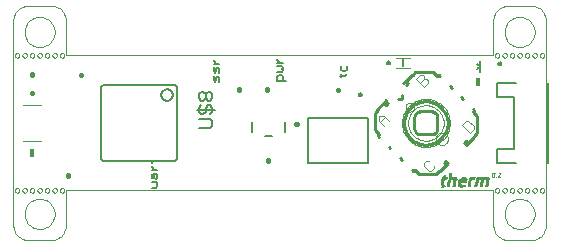
<source format=gto>
G75*
%MOIN*%
%OFA0B0*%
%FSLAX24Y24*%
%IPPOS*%
%LPD*%
%AMOC8*
5,1,8,0,0,1.08239X$1,22.5*
%
%ADD10C,0.0000*%
%ADD11C,0.0050*%
%ADD12C,0.0080*%
%ADD13C,0.0100*%
%ADD14C,0.0020*%
%ADD15C,0.0040*%
%ADD16R,0.0050X0.0305*%
%ADD17C,0.0160*%
%ADD18R,0.0160X0.0280*%
%ADD19R,0.0100X0.0020*%
%ADD20R,0.0160X0.0020*%
%ADD21R,0.0180X0.0020*%
%ADD22R,0.0240X0.0020*%
%ADD23R,0.0140X0.0020*%
%ADD24R,0.0060X0.0020*%
%ADD25R,0.0120X0.0020*%
%ADD26R,0.0080X0.0020*%
%ADD27R,0.0300X0.0020*%
%ADD28R,0.0200X0.0020*%
%ADD29R,0.0280X0.0020*%
%ADD30R,0.0440X0.0020*%
%ADD31R,0.0220X0.0020*%
%ADD32R,0.0260X0.0020*%
%ADD33R,0.0020X0.0020*%
%ADD34R,0.0040X0.0020*%
%ADD35C,0.0060*%
D10*
X004943Y002737D02*
X005693Y002737D01*
X005737Y002739D01*
X005780Y002745D01*
X005822Y002754D01*
X005864Y002767D01*
X005904Y002784D01*
X005943Y002804D01*
X005980Y002827D01*
X006014Y002854D01*
X006047Y002883D01*
X006076Y002916D01*
X006103Y002950D01*
X006126Y002987D01*
X006146Y003026D01*
X006163Y003066D01*
X006176Y003108D01*
X006185Y003150D01*
X006191Y003193D01*
X006193Y003237D01*
X006193Y004393D01*
X020443Y004393D01*
X020443Y003237D01*
X020445Y003193D01*
X020451Y003150D01*
X020460Y003108D01*
X020473Y003066D01*
X020490Y003026D01*
X020510Y002987D01*
X020533Y002950D01*
X020560Y002916D01*
X020589Y002883D01*
X020622Y002854D01*
X020656Y002827D01*
X020693Y002804D01*
X020732Y002784D01*
X020772Y002767D01*
X020814Y002754D01*
X020856Y002745D01*
X020899Y002739D01*
X020943Y002737D01*
X021693Y002737D01*
X021737Y002739D01*
X021780Y002745D01*
X021822Y002754D01*
X021864Y002767D01*
X021904Y002784D01*
X021943Y002804D01*
X021980Y002827D01*
X022014Y002854D01*
X022047Y002883D01*
X022076Y002916D01*
X022103Y002950D01*
X022126Y002987D01*
X022146Y003026D01*
X022163Y003066D01*
X022176Y003108D01*
X022185Y003150D01*
X022191Y003193D01*
X022193Y003237D01*
X022193Y010050D01*
X022191Y010094D01*
X022185Y010137D01*
X022176Y010179D01*
X022163Y010221D01*
X022146Y010261D01*
X022126Y010300D01*
X022103Y010337D01*
X022076Y010371D01*
X022047Y010404D01*
X022014Y010433D01*
X021980Y010460D01*
X021943Y010483D01*
X021904Y010503D01*
X021864Y010520D01*
X021822Y010533D01*
X021780Y010542D01*
X021737Y010548D01*
X021693Y010550D01*
X020943Y010550D01*
X020899Y010548D01*
X020856Y010542D01*
X020814Y010533D01*
X020772Y010520D01*
X020732Y010503D01*
X020693Y010483D01*
X020656Y010460D01*
X020622Y010433D01*
X020589Y010404D01*
X020560Y010371D01*
X020533Y010337D01*
X020510Y010300D01*
X020490Y010261D01*
X020473Y010221D01*
X020460Y010179D01*
X020451Y010137D01*
X020445Y010094D01*
X020443Y010050D01*
X020443Y008893D01*
X006193Y008893D01*
X006193Y010050D01*
X006191Y010094D01*
X006185Y010137D01*
X006176Y010179D01*
X006163Y010221D01*
X006146Y010261D01*
X006126Y010300D01*
X006103Y010337D01*
X006076Y010371D01*
X006047Y010404D01*
X006014Y010433D01*
X005980Y010460D01*
X005943Y010483D01*
X005904Y010503D01*
X005864Y010520D01*
X005822Y010533D01*
X005780Y010542D01*
X005737Y010548D01*
X005693Y010550D01*
X004943Y010550D01*
X004899Y010548D01*
X004856Y010542D01*
X004814Y010533D01*
X004772Y010520D01*
X004732Y010503D01*
X004693Y010483D01*
X004656Y010460D01*
X004622Y010433D01*
X004589Y010404D01*
X004560Y010371D01*
X004533Y010337D01*
X004510Y010300D01*
X004490Y010261D01*
X004473Y010221D01*
X004460Y010179D01*
X004451Y010137D01*
X004445Y010094D01*
X004443Y010050D01*
X004443Y003237D01*
X004445Y003193D01*
X004451Y003150D01*
X004460Y003108D01*
X004473Y003066D01*
X004490Y003026D01*
X004510Y002987D01*
X004533Y002950D01*
X004560Y002916D01*
X004589Y002883D01*
X004622Y002854D01*
X004656Y002827D01*
X004693Y002804D01*
X004732Y002784D01*
X004772Y002767D01*
X004814Y002754D01*
X004856Y002745D01*
X004899Y002739D01*
X004943Y002737D01*
X004818Y003612D02*
X004820Y003656D01*
X004826Y003700D01*
X004836Y003743D01*
X004849Y003785D01*
X004866Y003826D01*
X004887Y003865D01*
X004911Y003902D01*
X004938Y003937D01*
X004968Y003969D01*
X005001Y003999D01*
X005037Y004025D01*
X005074Y004049D01*
X005114Y004068D01*
X005155Y004085D01*
X005198Y004097D01*
X005241Y004106D01*
X005285Y004111D01*
X005329Y004112D01*
X005373Y004109D01*
X005417Y004102D01*
X005460Y004091D01*
X005502Y004077D01*
X005542Y004059D01*
X005581Y004037D01*
X005617Y004013D01*
X005651Y003985D01*
X005683Y003954D01*
X005712Y003920D01*
X005738Y003884D01*
X005760Y003846D01*
X005779Y003806D01*
X005794Y003764D01*
X005806Y003722D01*
X005814Y003678D01*
X005818Y003634D01*
X005818Y003590D01*
X005814Y003546D01*
X005806Y003502D01*
X005794Y003460D01*
X005779Y003418D01*
X005760Y003378D01*
X005738Y003340D01*
X005712Y003304D01*
X005683Y003270D01*
X005651Y003239D01*
X005617Y003211D01*
X005581Y003187D01*
X005542Y003165D01*
X005502Y003147D01*
X005460Y003133D01*
X005417Y003122D01*
X005373Y003115D01*
X005329Y003112D01*
X005285Y003113D01*
X005241Y003118D01*
X005198Y003127D01*
X005155Y003139D01*
X005114Y003156D01*
X005074Y003175D01*
X005037Y003199D01*
X005001Y003225D01*
X004968Y003255D01*
X004938Y003287D01*
X004911Y003322D01*
X004887Y003359D01*
X004866Y003398D01*
X004849Y003439D01*
X004836Y003481D01*
X004826Y003524D01*
X004820Y003568D01*
X004818Y003612D01*
X004743Y004393D02*
X004745Y004410D01*
X004750Y004426D01*
X004759Y004440D01*
X004771Y004452D01*
X004785Y004461D01*
X004801Y004466D01*
X004818Y004468D01*
X004835Y004466D01*
X004851Y004461D01*
X004865Y004452D01*
X004877Y004440D01*
X004886Y004426D01*
X004891Y004410D01*
X004893Y004393D01*
X004891Y004376D01*
X004886Y004360D01*
X004877Y004346D01*
X004865Y004334D01*
X004851Y004325D01*
X004835Y004320D01*
X004818Y004318D01*
X004801Y004320D01*
X004785Y004325D01*
X004771Y004334D01*
X004759Y004346D01*
X004750Y004360D01*
X004745Y004376D01*
X004743Y004393D01*
X004493Y004393D02*
X004495Y004410D01*
X004500Y004426D01*
X004509Y004440D01*
X004521Y004452D01*
X004535Y004461D01*
X004551Y004466D01*
X004568Y004468D01*
X004585Y004466D01*
X004601Y004461D01*
X004615Y004452D01*
X004627Y004440D01*
X004636Y004426D01*
X004641Y004410D01*
X004643Y004393D01*
X004641Y004376D01*
X004636Y004360D01*
X004627Y004346D01*
X004615Y004334D01*
X004601Y004325D01*
X004585Y004320D01*
X004568Y004318D01*
X004551Y004320D01*
X004535Y004325D01*
X004521Y004334D01*
X004509Y004346D01*
X004500Y004360D01*
X004495Y004376D01*
X004493Y004393D01*
X004993Y004393D02*
X004995Y004410D01*
X005000Y004426D01*
X005009Y004440D01*
X005021Y004452D01*
X005035Y004461D01*
X005051Y004466D01*
X005068Y004468D01*
X005085Y004466D01*
X005101Y004461D01*
X005115Y004452D01*
X005127Y004440D01*
X005136Y004426D01*
X005141Y004410D01*
X005143Y004393D01*
X005141Y004376D01*
X005136Y004360D01*
X005127Y004346D01*
X005115Y004334D01*
X005101Y004325D01*
X005085Y004320D01*
X005068Y004318D01*
X005051Y004320D01*
X005035Y004325D01*
X005021Y004334D01*
X005009Y004346D01*
X005000Y004360D01*
X004995Y004376D01*
X004993Y004393D01*
X005243Y004393D02*
X005245Y004410D01*
X005250Y004426D01*
X005259Y004440D01*
X005271Y004452D01*
X005285Y004461D01*
X005301Y004466D01*
X005318Y004468D01*
X005335Y004466D01*
X005351Y004461D01*
X005365Y004452D01*
X005377Y004440D01*
X005386Y004426D01*
X005391Y004410D01*
X005393Y004393D01*
X005391Y004376D01*
X005386Y004360D01*
X005377Y004346D01*
X005365Y004334D01*
X005351Y004325D01*
X005335Y004320D01*
X005318Y004318D01*
X005301Y004320D01*
X005285Y004325D01*
X005271Y004334D01*
X005259Y004346D01*
X005250Y004360D01*
X005245Y004376D01*
X005243Y004393D01*
X005493Y004393D02*
X005495Y004410D01*
X005500Y004426D01*
X005509Y004440D01*
X005521Y004452D01*
X005535Y004461D01*
X005551Y004466D01*
X005568Y004468D01*
X005585Y004466D01*
X005601Y004461D01*
X005615Y004452D01*
X005627Y004440D01*
X005636Y004426D01*
X005641Y004410D01*
X005643Y004393D01*
X005641Y004376D01*
X005636Y004360D01*
X005627Y004346D01*
X005615Y004334D01*
X005601Y004325D01*
X005585Y004320D01*
X005568Y004318D01*
X005551Y004320D01*
X005535Y004325D01*
X005521Y004334D01*
X005509Y004346D01*
X005500Y004360D01*
X005495Y004376D01*
X005493Y004393D01*
X005743Y004393D02*
X005745Y004410D01*
X005750Y004426D01*
X005759Y004440D01*
X005771Y004452D01*
X005785Y004461D01*
X005801Y004466D01*
X005818Y004468D01*
X005835Y004466D01*
X005851Y004461D01*
X005865Y004452D01*
X005877Y004440D01*
X005886Y004426D01*
X005891Y004410D01*
X005893Y004393D01*
X005891Y004376D01*
X005886Y004360D01*
X005877Y004346D01*
X005865Y004334D01*
X005851Y004325D01*
X005835Y004320D01*
X005818Y004318D01*
X005801Y004320D01*
X005785Y004325D01*
X005771Y004334D01*
X005759Y004346D01*
X005750Y004360D01*
X005745Y004376D01*
X005743Y004393D01*
X005993Y004393D02*
X005995Y004410D01*
X006000Y004426D01*
X006009Y004440D01*
X006021Y004452D01*
X006035Y004461D01*
X006051Y004466D01*
X006068Y004468D01*
X006085Y004466D01*
X006101Y004461D01*
X006115Y004452D01*
X006127Y004440D01*
X006136Y004426D01*
X006141Y004410D01*
X006143Y004393D01*
X006141Y004376D01*
X006136Y004360D01*
X006127Y004346D01*
X006115Y004334D01*
X006101Y004325D01*
X006085Y004320D01*
X006068Y004318D01*
X006051Y004320D01*
X006035Y004325D01*
X006021Y004334D01*
X006009Y004346D01*
X006000Y004360D01*
X005995Y004376D01*
X005993Y004393D01*
X005993Y008893D02*
X005995Y008910D01*
X006000Y008926D01*
X006009Y008940D01*
X006021Y008952D01*
X006035Y008961D01*
X006051Y008966D01*
X006068Y008968D01*
X006085Y008966D01*
X006101Y008961D01*
X006115Y008952D01*
X006127Y008940D01*
X006136Y008926D01*
X006141Y008910D01*
X006143Y008893D01*
X006141Y008876D01*
X006136Y008860D01*
X006127Y008846D01*
X006115Y008834D01*
X006101Y008825D01*
X006085Y008820D01*
X006068Y008818D01*
X006051Y008820D01*
X006035Y008825D01*
X006021Y008834D01*
X006009Y008846D01*
X006000Y008860D01*
X005995Y008876D01*
X005993Y008893D01*
X005743Y008893D02*
X005745Y008910D01*
X005750Y008926D01*
X005759Y008940D01*
X005771Y008952D01*
X005785Y008961D01*
X005801Y008966D01*
X005818Y008968D01*
X005835Y008966D01*
X005851Y008961D01*
X005865Y008952D01*
X005877Y008940D01*
X005886Y008926D01*
X005891Y008910D01*
X005893Y008893D01*
X005891Y008876D01*
X005886Y008860D01*
X005877Y008846D01*
X005865Y008834D01*
X005851Y008825D01*
X005835Y008820D01*
X005818Y008818D01*
X005801Y008820D01*
X005785Y008825D01*
X005771Y008834D01*
X005759Y008846D01*
X005750Y008860D01*
X005745Y008876D01*
X005743Y008893D01*
X005493Y008893D02*
X005495Y008910D01*
X005500Y008926D01*
X005509Y008940D01*
X005521Y008952D01*
X005535Y008961D01*
X005551Y008966D01*
X005568Y008968D01*
X005585Y008966D01*
X005601Y008961D01*
X005615Y008952D01*
X005627Y008940D01*
X005636Y008926D01*
X005641Y008910D01*
X005643Y008893D01*
X005641Y008876D01*
X005636Y008860D01*
X005627Y008846D01*
X005615Y008834D01*
X005601Y008825D01*
X005585Y008820D01*
X005568Y008818D01*
X005551Y008820D01*
X005535Y008825D01*
X005521Y008834D01*
X005509Y008846D01*
X005500Y008860D01*
X005495Y008876D01*
X005493Y008893D01*
X005243Y008893D02*
X005245Y008910D01*
X005250Y008926D01*
X005259Y008940D01*
X005271Y008952D01*
X005285Y008961D01*
X005301Y008966D01*
X005318Y008968D01*
X005335Y008966D01*
X005351Y008961D01*
X005365Y008952D01*
X005377Y008940D01*
X005386Y008926D01*
X005391Y008910D01*
X005393Y008893D01*
X005391Y008876D01*
X005386Y008860D01*
X005377Y008846D01*
X005365Y008834D01*
X005351Y008825D01*
X005335Y008820D01*
X005318Y008818D01*
X005301Y008820D01*
X005285Y008825D01*
X005271Y008834D01*
X005259Y008846D01*
X005250Y008860D01*
X005245Y008876D01*
X005243Y008893D01*
X004993Y008893D02*
X004995Y008910D01*
X005000Y008926D01*
X005009Y008940D01*
X005021Y008952D01*
X005035Y008961D01*
X005051Y008966D01*
X005068Y008968D01*
X005085Y008966D01*
X005101Y008961D01*
X005115Y008952D01*
X005127Y008940D01*
X005136Y008926D01*
X005141Y008910D01*
X005143Y008893D01*
X005141Y008876D01*
X005136Y008860D01*
X005127Y008846D01*
X005115Y008834D01*
X005101Y008825D01*
X005085Y008820D01*
X005068Y008818D01*
X005051Y008820D01*
X005035Y008825D01*
X005021Y008834D01*
X005009Y008846D01*
X005000Y008860D01*
X004995Y008876D01*
X004993Y008893D01*
X004743Y008893D02*
X004745Y008910D01*
X004750Y008926D01*
X004759Y008940D01*
X004771Y008952D01*
X004785Y008961D01*
X004801Y008966D01*
X004818Y008968D01*
X004835Y008966D01*
X004851Y008961D01*
X004865Y008952D01*
X004877Y008940D01*
X004886Y008926D01*
X004891Y008910D01*
X004893Y008893D01*
X004891Y008876D01*
X004886Y008860D01*
X004877Y008846D01*
X004865Y008834D01*
X004851Y008825D01*
X004835Y008820D01*
X004818Y008818D01*
X004801Y008820D01*
X004785Y008825D01*
X004771Y008834D01*
X004759Y008846D01*
X004750Y008860D01*
X004745Y008876D01*
X004743Y008893D01*
X004493Y008893D02*
X004495Y008910D01*
X004500Y008926D01*
X004509Y008940D01*
X004521Y008952D01*
X004535Y008961D01*
X004551Y008966D01*
X004568Y008968D01*
X004585Y008966D01*
X004601Y008961D01*
X004615Y008952D01*
X004627Y008940D01*
X004636Y008926D01*
X004641Y008910D01*
X004643Y008893D01*
X004641Y008876D01*
X004636Y008860D01*
X004627Y008846D01*
X004615Y008834D01*
X004601Y008825D01*
X004585Y008820D01*
X004568Y008818D01*
X004551Y008820D01*
X004535Y008825D01*
X004521Y008834D01*
X004509Y008846D01*
X004500Y008860D01*
X004495Y008876D01*
X004493Y008893D01*
X004818Y009675D02*
X004820Y009719D01*
X004826Y009763D01*
X004836Y009806D01*
X004849Y009848D01*
X004866Y009889D01*
X004887Y009928D01*
X004911Y009965D01*
X004938Y010000D01*
X004968Y010032D01*
X005001Y010062D01*
X005037Y010088D01*
X005074Y010112D01*
X005114Y010131D01*
X005155Y010148D01*
X005198Y010160D01*
X005241Y010169D01*
X005285Y010174D01*
X005329Y010175D01*
X005373Y010172D01*
X005417Y010165D01*
X005460Y010154D01*
X005502Y010140D01*
X005542Y010122D01*
X005581Y010100D01*
X005617Y010076D01*
X005651Y010048D01*
X005683Y010017D01*
X005712Y009983D01*
X005738Y009947D01*
X005760Y009909D01*
X005779Y009869D01*
X005794Y009827D01*
X005806Y009785D01*
X005814Y009741D01*
X005818Y009697D01*
X005818Y009653D01*
X005814Y009609D01*
X005806Y009565D01*
X005794Y009523D01*
X005779Y009481D01*
X005760Y009441D01*
X005738Y009403D01*
X005712Y009367D01*
X005683Y009333D01*
X005651Y009302D01*
X005617Y009274D01*
X005581Y009250D01*
X005542Y009228D01*
X005502Y009210D01*
X005460Y009196D01*
X005417Y009185D01*
X005373Y009178D01*
X005329Y009175D01*
X005285Y009176D01*
X005241Y009181D01*
X005198Y009190D01*
X005155Y009202D01*
X005114Y009219D01*
X005074Y009238D01*
X005037Y009262D01*
X005001Y009288D01*
X004968Y009318D01*
X004938Y009350D01*
X004911Y009385D01*
X004887Y009422D01*
X004866Y009461D01*
X004849Y009502D01*
X004836Y009544D01*
X004826Y009587D01*
X004820Y009631D01*
X004818Y009675D01*
X017516Y007172D02*
X017518Y007196D01*
X017524Y007219D01*
X017533Y007241D01*
X017546Y007261D01*
X017561Y007279D01*
X017580Y007294D01*
X017601Y007306D01*
X017623Y007314D01*
X017646Y007319D01*
X017670Y007320D01*
X017694Y007317D01*
X017716Y007310D01*
X017738Y007300D01*
X017758Y007287D01*
X017775Y007270D01*
X017789Y007251D01*
X017800Y007230D01*
X017808Y007207D01*
X017812Y007184D01*
X017812Y007160D01*
X017808Y007137D01*
X017800Y007114D01*
X017789Y007093D01*
X017775Y007074D01*
X017758Y007057D01*
X017738Y007044D01*
X017716Y007034D01*
X017694Y007027D01*
X017670Y007024D01*
X017646Y007025D01*
X017623Y007030D01*
X017601Y007038D01*
X017580Y007050D01*
X017561Y007065D01*
X017546Y007083D01*
X017533Y007103D01*
X017524Y007125D01*
X017518Y007148D01*
X017516Y007172D01*
X018515Y006114D02*
X018517Y006142D01*
X018523Y006170D01*
X018532Y006196D01*
X018545Y006222D01*
X018561Y006245D01*
X018581Y006265D01*
X018603Y006283D01*
X018627Y006298D01*
X018653Y006309D01*
X018680Y006317D01*
X018708Y006321D01*
X018736Y006321D01*
X018764Y006317D01*
X018791Y006309D01*
X018817Y006298D01*
X018841Y006283D01*
X018863Y006265D01*
X018883Y006245D01*
X018899Y006222D01*
X018912Y006196D01*
X018921Y006170D01*
X018927Y006142D01*
X018929Y006114D01*
X018927Y006086D01*
X018921Y006058D01*
X018912Y006032D01*
X018899Y006006D01*
X018883Y005983D01*
X018863Y005963D01*
X018841Y005945D01*
X018817Y005930D01*
X018791Y005919D01*
X018764Y005911D01*
X018736Y005907D01*
X018708Y005907D01*
X018680Y005911D01*
X018653Y005919D01*
X018627Y005930D01*
X018603Y005945D01*
X018581Y005963D01*
X018561Y005983D01*
X018545Y006006D01*
X018532Y006032D01*
X018523Y006058D01*
X018517Y006086D01*
X018515Y006114D01*
X020493Y004393D02*
X020495Y004410D01*
X020500Y004426D01*
X020509Y004440D01*
X020521Y004452D01*
X020535Y004461D01*
X020551Y004466D01*
X020568Y004468D01*
X020585Y004466D01*
X020601Y004461D01*
X020615Y004452D01*
X020627Y004440D01*
X020636Y004426D01*
X020641Y004410D01*
X020643Y004393D01*
X020641Y004376D01*
X020636Y004360D01*
X020627Y004346D01*
X020615Y004334D01*
X020601Y004325D01*
X020585Y004320D01*
X020568Y004318D01*
X020551Y004320D01*
X020535Y004325D01*
X020521Y004334D01*
X020509Y004346D01*
X020500Y004360D01*
X020495Y004376D01*
X020493Y004393D01*
X020743Y004393D02*
X020745Y004410D01*
X020750Y004426D01*
X020759Y004440D01*
X020771Y004452D01*
X020785Y004461D01*
X020801Y004466D01*
X020818Y004468D01*
X020835Y004466D01*
X020851Y004461D01*
X020865Y004452D01*
X020877Y004440D01*
X020886Y004426D01*
X020891Y004410D01*
X020893Y004393D01*
X020891Y004376D01*
X020886Y004360D01*
X020877Y004346D01*
X020865Y004334D01*
X020851Y004325D01*
X020835Y004320D01*
X020818Y004318D01*
X020801Y004320D01*
X020785Y004325D01*
X020771Y004334D01*
X020759Y004346D01*
X020750Y004360D01*
X020745Y004376D01*
X020743Y004393D01*
X020993Y004393D02*
X020995Y004410D01*
X021000Y004426D01*
X021009Y004440D01*
X021021Y004452D01*
X021035Y004461D01*
X021051Y004466D01*
X021068Y004468D01*
X021085Y004466D01*
X021101Y004461D01*
X021115Y004452D01*
X021127Y004440D01*
X021136Y004426D01*
X021141Y004410D01*
X021143Y004393D01*
X021141Y004376D01*
X021136Y004360D01*
X021127Y004346D01*
X021115Y004334D01*
X021101Y004325D01*
X021085Y004320D01*
X021068Y004318D01*
X021051Y004320D01*
X021035Y004325D01*
X021021Y004334D01*
X021009Y004346D01*
X021000Y004360D01*
X020995Y004376D01*
X020993Y004393D01*
X021243Y004393D02*
X021245Y004410D01*
X021250Y004426D01*
X021259Y004440D01*
X021271Y004452D01*
X021285Y004461D01*
X021301Y004466D01*
X021318Y004468D01*
X021335Y004466D01*
X021351Y004461D01*
X021365Y004452D01*
X021377Y004440D01*
X021386Y004426D01*
X021391Y004410D01*
X021393Y004393D01*
X021391Y004376D01*
X021386Y004360D01*
X021377Y004346D01*
X021365Y004334D01*
X021351Y004325D01*
X021335Y004320D01*
X021318Y004318D01*
X021301Y004320D01*
X021285Y004325D01*
X021271Y004334D01*
X021259Y004346D01*
X021250Y004360D01*
X021245Y004376D01*
X021243Y004393D01*
X021493Y004393D02*
X021495Y004410D01*
X021500Y004426D01*
X021509Y004440D01*
X021521Y004452D01*
X021535Y004461D01*
X021551Y004466D01*
X021568Y004468D01*
X021585Y004466D01*
X021601Y004461D01*
X021615Y004452D01*
X021627Y004440D01*
X021636Y004426D01*
X021641Y004410D01*
X021643Y004393D01*
X021641Y004376D01*
X021636Y004360D01*
X021627Y004346D01*
X021615Y004334D01*
X021601Y004325D01*
X021585Y004320D01*
X021568Y004318D01*
X021551Y004320D01*
X021535Y004325D01*
X021521Y004334D01*
X021509Y004346D01*
X021500Y004360D01*
X021495Y004376D01*
X021493Y004393D01*
X021743Y004393D02*
X021745Y004410D01*
X021750Y004426D01*
X021759Y004440D01*
X021771Y004452D01*
X021785Y004461D01*
X021801Y004466D01*
X021818Y004468D01*
X021835Y004466D01*
X021851Y004461D01*
X021865Y004452D01*
X021877Y004440D01*
X021886Y004426D01*
X021891Y004410D01*
X021893Y004393D01*
X021891Y004376D01*
X021886Y004360D01*
X021877Y004346D01*
X021865Y004334D01*
X021851Y004325D01*
X021835Y004320D01*
X021818Y004318D01*
X021801Y004320D01*
X021785Y004325D01*
X021771Y004334D01*
X021759Y004346D01*
X021750Y004360D01*
X021745Y004376D01*
X021743Y004393D01*
X021993Y004393D02*
X021995Y004410D01*
X022000Y004426D01*
X022009Y004440D01*
X022021Y004452D01*
X022035Y004461D01*
X022051Y004466D01*
X022068Y004468D01*
X022085Y004466D01*
X022101Y004461D01*
X022115Y004452D01*
X022127Y004440D01*
X022136Y004426D01*
X022141Y004410D01*
X022143Y004393D01*
X022141Y004376D01*
X022136Y004360D01*
X022127Y004346D01*
X022115Y004334D01*
X022101Y004325D01*
X022085Y004320D01*
X022068Y004318D01*
X022051Y004320D01*
X022035Y004325D01*
X022021Y004334D01*
X022009Y004346D01*
X022000Y004360D01*
X021995Y004376D01*
X021993Y004393D01*
X020818Y003612D02*
X020820Y003656D01*
X020826Y003700D01*
X020836Y003743D01*
X020849Y003785D01*
X020866Y003826D01*
X020887Y003865D01*
X020911Y003902D01*
X020938Y003937D01*
X020968Y003969D01*
X021001Y003999D01*
X021037Y004025D01*
X021074Y004049D01*
X021114Y004068D01*
X021155Y004085D01*
X021198Y004097D01*
X021241Y004106D01*
X021285Y004111D01*
X021329Y004112D01*
X021373Y004109D01*
X021417Y004102D01*
X021460Y004091D01*
X021502Y004077D01*
X021542Y004059D01*
X021581Y004037D01*
X021617Y004013D01*
X021651Y003985D01*
X021683Y003954D01*
X021712Y003920D01*
X021738Y003884D01*
X021760Y003846D01*
X021779Y003806D01*
X021794Y003764D01*
X021806Y003722D01*
X021814Y003678D01*
X021818Y003634D01*
X021818Y003590D01*
X021814Y003546D01*
X021806Y003502D01*
X021794Y003460D01*
X021779Y003418D01*
X021760Y003378D01*
X021738Y003340D01*
X021712Y003304D01*
X021683Y003270D01*
X021651Y003239D01*
X021617Y003211D01*
X021581Y003187D01*
X021542Y003165D01*
X021502Y003147D01*
X021460Y003133D01*
X021417Y003122D01*
X021373Y003115D01*
X021329Y003112D01*
X021285Y003113D01*
X021241Y003118D01*
X021198Y003127D01*
X021155Y003139D01*
X021114Y003156D01*
X021074Y003175D01*
X021037Y003199D01*
X021001Y003225D01*
X020968Y003255D01*
X020938Y003287D01*
X020911Y003322D01*
X020887Y003359D01*
X020866Y003398D01*
X020849Y003439D01*
X020836Y003481D01*
X020826Y003524D01*
X020820Y003568D01*
X020818Y003612D01*
X020743Y008893D02*
X020745Y008910D01*
X020750Y008926D01*
X020759Y008940D01*
X020771Y008952D01*
X020785Y008961D01*
X020801Y008966D01*
X020818Y008968D01*
X020835Y008966D01*
X020851Y008961D01*
X020865Y008952D01*
X020877Y008940D01*
X020886Y008926D01*
X020891Y008910D01*
X020893Y008893D01*
X020891Y008876D01*
X020886Y008860D01*
X020877Y008846D01*
X020865Y008834D01*
X020851Y008825D01*
X020835Y008820D01*
X020818Y008818D01*
X020801Y008820D01*
X020785Y008825D01*
X020771Y008834D01*
X020759Y008846D01*
X020750Y008860D01*
X020745Y008876D01*
X020743Y008893D01*
X020493Y008893D02*
X020495Y008910D01*
X020500Y008926D01*
X020509Y008940D01*
X020521Y008952D01*
X020535Y008961D01*
X020551Y008966D01*
X020568Y008968D01*
X020585Y008966D01*
X020601Y008961D01*
X020615Y008952D01*
X020627Y008940D01*
X020636Y008926D01*
X020641Y008910D01*
X020643Y008893D01*
X020641Y008876D01*
X020636Y008860D01*
X020627Y008846D01*
X020615Y008834D01*
X020601Y008825D01*
X020585Y008820D01*
X020568Y008818D01*
X020551Y008820D01*
X020535Y008825D01*
X020521Y008834D01*
X020509Y008846D01*
X020500Y008860D01*
X020495Y008876D01*
X020493Y008893D01*
X020993Y008893D02*
X020995Y008910D01*
X021000Y008926D01*
X021009Y008940D01*
X021021Y008952D01*
X021035Y008961D01*
X021051Y008966D01*
X021068Y008968D01*
X021085Y008966D01*
X021101Y008961D01*
X021115Y008952D01*
X021127Y008940D01*
X021136Y008926D01*
X021141Y008910D01*
X021143Y008893D01*
X021141Y008876D01*
X021136Y008860D01*
X021127Y008846D01*
X021115Y008834D01*
X021101Y008825D01*
X021085Y008820D01*
X021068Y008818D01*
X021051Y008820D01*
X021035Y008825D01*
X021021Y008834D01*
X021009Y008846D01*
X021000Y008860D01*
X020995Y008876D01*
X020993Y008893D01*
X021243Y008893D02*
X021245Y008910D01*
X021250Y008926D01*
X021259Y008940D01*
X021271Y008952D01*
X021285Y008961D01*
X021301Y008966D01*
X021318Y008968D01*
X021335Y008966D01*
X021351Y008961D01*
X021365Y008952D01*
X021377Y008940D01*
X021386Y008926D01*
X021391Y008910D01*
X021393Y008893D01*
X021391Y008876D01*
X021386Y008860D01*
X021377Y008846D01*
X021365Y008834D01*
X021351Y008825D01*
X021335Y008820D01*
X021318Y008818D01*
X021301Y008820D01*
X021285Y008825D01*
X021271Y008834D01*
X021259Y008846D01*
X021250Y008860D01*
X021245Y008876D01*
X021243Y008893D01*
X021493Y008893D02*
X021495Y008910D01*
X021500Y008926D01*
X021509Y008940D01*
X021521Y008952D01*
X021535Y008961D01*
X021551Y008966D01*
X021568Y008968D01*
X021585Y008966D01*
X021601Y008961D01*
X021615Y008952D01*
X021627Y008940D01*
X021636Y008926D01*
X021641Y008910D01*
X021643Y008893D01*
X021641Y008876D01*
X021636Y008860D01*
X021627Y008846D01*
X021615Y008834D01*
X021601Y008825D01*
X021585Y008820D01*
X021568Y008818D01*
X021551Y008820D01*
X021535Y008825D01*
X021521Y008834D01*
X021509Y008846D01*
X021500Y008860D01*
X021495Y008876D01*
X021493Y008893D01*
X021743Y008893D02*
X021745Y008910D01*
X021750Y008926D01*
X021759Y008940D01*
X021771Y008952D01*
X021785Y008961D01*
X021801Y008966D01*
X021818Y008968D01*
X021835Y008966D01*
X021851Y008961D01*
X021865Y008952D01*
X021877Y008940D01*
X021886Y008926D01*
X021891Y008910D01*
X021893Y008893D01*
X021891Y008876D01*
X021886Y008860D01*
X021877Y008846D01*
X021865Y008834D01*
X021851Y008825D01*
X021835Y008820D01*
X021818Y008818D01*
X021801Y008820D01*
X021785Y008825D01*
X021771Y008834D01*
X021759Y008846D01*
X021750Y008860D01*
X021745Y008876D01*
X021743Y008893D01*
X021993Y008893D02*
X021995Y008910D01*
X022000Y008926D01*
X022009Y008940D01*
X022021Y008952D01*
X022035Y008961D01*
X022051Y008966D01*
X022068Y008968D01*
X022085Y008966D01*
X022101Y008961D01*
X022115Y008952D01*
X022127Y008940D01*
X022136Y008926D01*
X022141Y008910D01*
X022143Y008893D01*
X022141Y008876D01*
X022136Y008860D01*
X022127Y008846D01*
X022115Y008834D01*
X022101Y008825D01*
X022085Y008820D01*
X022068Y008818D01*
X022051Y008820D01*
X022035Y008825D01*
X022021Y008834D01*
X022009Y008846D01*
X022000Y008860D01*
X021995Y008876D01*
X021993Y008893D01*
X020818Y009675D02*
X020820Y009719D01*
X020826Y009763D01*
X020836Y009806D01*
X020849Y009848D01*
X020866Y009889D01*
X020887Y009928D01*
X020911Y009965D01*
X020938Y010000D01*
X020968Y010032D01*
X021001Y010062D01*
X021037Y010088D01*
X021074Y010112D01*
X021114Y010131D01*
X021155Y010148D01*
X021198Y010160D01*
X021241Y010169D01*
X021285Y010174D01*
X021329Y010175D01*
X021373Y010172D01*
X021417Y010165D01*
X021460Y010154D01*
X021502Y010140D01*
X021542Y010122D01*
X021581Y010100D01*
X021617Y010076D01*
X021651Y010048D01*
X021683Y010017D01*
X021712Y009983D01*
X021738Y009947D01*
X021760Y009909D01*
X021779Y009869D01*
X021794Y009827D01*
X021806Y009785D01*
X021814Y009741D01*
X021818Y009697D01*
X021818Y009653D01*
X021814Y009609D01*
X021806Y009565D01*
X021794Y009523D01*
X021779Y009481D01*
X021760Y009441D01*
X021738Y009403D01*
X021712Y009367D01*
X021683Y009333D01*
X021651Y009302D01*
X021617Y009274D01*
X021581Y009250D01*
X021542Y009228D01*
X021502Y009210D01*
X021460Y009196D01*
X021417Y009185D01*
X021373Y009178D01*
X021329Y009175D01*
X021285Y009176D01*
X021241Y009181D01*
X021198Y009190D01*
X021155Y009202D01*
X021114Y009219D01*
X021074Y009238D01*
X021037Y009262D01*
X021001Y009288D01*
X020968Y009318D01*
X020938Y009350D01*
X020911Y009385D01*
X020887Y009422D01*
X020866Y009461D01*
X020849Y009502D01*
X020836Y009544D01*
X020826Y009587D01*
X020820Y009631D01*
X020818Y009675D01*
D11*
X015550Y008554D02*
X015550Y008419D01*
X015505Y008374D01*
X015415Y008374D01*
X015370Y008419D01*
X015370Y008554D01*
X015370Y008267D02*
X015370Y008177D01*
X015325Y008222D02*
X015505Y008222D01*
X015550Y008267D01*
X013515Y008052D02*
X013245Y008052D01*
X013245Y008187D01*
X013290Y008232D01*
X013380Y008232D01*
X013425Y008187D01*
X013425Y008052D01*
X013380Y008347D02*
X013245Y008347D01*
X013380Y008347D02*
X013425Y008392D01*
X013380Y008437D01*
X013425Y008482D01*
X013380Y008527D01*
X013245Y008527D01*
X013245Y008642D02*
X013425Y008642D01*
X013335Y008642D02*
X013245Y008732D01*
X013245Y008777D01*
X011300Y008610D02*
X011120Y008610D01*
X011210Y008610D02*
X011120Y008700D01*
X011120Y008745D01*
X011120Y008496D02*
X011120Y008361D01*
X011165Y008316D01*
X011210Y008361D01*
X011210Y008451D01*
X011255Y008496D01*
X011300Y008451D01*
X011300Y008316D01*
X011255Y008201D02*
X011210Y008156D01*
X011210Y008066D01*
X011165Y008021D01*
X011120Y008066D01*
X011120Y008201D01*
X011255Y008201D02*
X011300Y008156D01*
X011300Y008021D01*
X010999Y007689D02*
X010924Y007689D01*
X010849Y007614D01*
X010849Y007464D01*
X010774Y007389D01*
X010699Y007389D01*
X010623Y007464D01*
X010623Y007614D01*
X010699Y007689D01*
X010774Y007689D01*
X010849Y007614D01*
X010849Y007464D02*
X010924Y007389D01*
X010999Y007389D01*
X011074Y007464D01*
X011074Y007614D01*
X010999Y007689D01*
X010999Y007229D02*
X010924Y007229D01*
X010849Y007154D01*
X010849Y007004D01*
X010774Y006929D01*
X010699Y006929D01*
X010623Y007004D01*
X010623Y007154D01*
X010699Y007229D01*
X010548Y007079D02*
X011149Y007079D01*
X011074Y007154D02*
X010999Y007229D01*
X011074Y007154D02*
X011074Y007004D01*
X010999Y006929D01*
X010999Y006768D02*
X010623Y006768D01*
X010623Y006468D02*
X010999Y006468D01*
X011074Y006543D01*
X011074Y006693D01*
X010999Y006768D01*
X009230Y005406D02*
X009185Y005361D01*
X009005Y005361D01*
X009050Y005316D02*
X009050Y005406D01*
X009050Y005205D02*
X009050Y005160D01*
X009140Y005070D01*
X009230Y005070D02*
X009050Y005070D01*
X009095Y004956D02*
X009230Y004956D01*
X009230Y004820D01*
X009185Y004775D01*
X009140Y004820D01*
X009140Y004956D01*
X009095Y004956D02*
X009050Y004911D01*
X009050Y004820D01*
X009050Y004661D02*
X009230Y004661D01*
X009230Y004526D01*
X009185Y004481D01*
X009050Y004481D01*
X014255Y005300D02*
X014255Y006800D01*
X016255Y006800D01*
X016255Y005300D01*
X014255Y005300D01*
D12*
X013049Y006199D02*
X012837Y006199D01*
X012383Y006349D02*
X012383Y006687D01*
X013503Y006687D02*
X013503Y006349D01*
X015955Y007581D02*
X015957Y007594D01*
X015962Y007607D01*
X015971Y007618D01*
X015982Y007625D01*
X015995Y007630D01*
X016008Y007631D01*
X016022Y007628D01*
X016034Y007622D01*
X016044Y007613D01*
X016051Y007601D01*
X016055Y007588D01*
X016055Y007574D01*
X016051Y007561D01*
X016044Y007549D01*
X016034Y007540D01*
X016022Y007534D01*
X016008Y007531D01*
X015995Y007532D01*
X015982Y007537D01*
X015971Y007544D01*
X015962Y007555D01*
X015957Y007568D01*
X015955Y007581D01*
X016893Y008643D02*
X016895Y008656D01*
X016900Y008669D01*
X016909Y008680D01*
X016920Y008687D01*
X016933Y008692D01*
X016946Y008693D01*
X016960Y008690D01*
X016972Y008684D01*
X016982Y008675D01*
X016989Y008663D01*
X016993Y008650D01*
X016993Y008636D01*
X016989Y008623D01*
X016982Y008611D01*
X016972Y008602D01*
X016960Y008596D01*
X016946Y008593D01*
X016933Y008594D01*
X016920Y008599D01*
X016909Y008606D01*
X016900Y008617D01*
X016895Y008630D01*
X016893Y008643D01*
X019888Y008604D02*
X020004Y008528D01*
X020010Y008518D02*
X019888Y008426D01*
X020010Y008337D02*
X020010Y008518D01*
X020010Y008699D01*
X020612Y008612D02*
X020614Y008625D01*
X020619Y008638D01*
X020628Y008649D01*
X020639Y008656D01*
X020652Y008661D01*
X020665Y008662D01*
X020679Y008659D01*
X020691Y008653D01*
X020701Y008644D01*
X020708Y008632D01*
X020712Y008619D01*
X020712Y008605D01*
X020708Y008592D01*
X020701Y008580D01*
X020691Y008571D01*
X020679Y008565D01*
X020665Y008562D01*
X020652Y008563D01*
X020639Y008568D01*
X020628Y008575D01*
X020619Y008586D01*
X020614Y008599D01*
X020612Y008612D01*
X020571Y007982D02*
X021201Y007982D01*
X020571Y007982D02*
X020571Y007509D01*
X021122Y007509D01*
X021122Y005777D01*
X020571Y005777D01*
X020571Y005305D01*
X021201Y005305D01*
X022264Y005305D02*
X022264Y007982D01*
D13*
X019886Y006880D02*
X019886Y006296D01*
X019792Y006202D01*
X019808Y006187D01*
X019595Y005974D01*
X019603Y005965D02*
X019529Y005892D01*
X019603Y005965D02*
X019522Y006046D01*
X019449Y005973D01*
X018577Y006457D02*
X018577Y006830D01*
X018575Y006856D01*
X018570Y006881D01*
X018562Y006905D01*
X018551Y006929D01*
X018536Y006950D01*
X018519Y006969D01*
X018500Y006986D01*
X018479Y007001D01*
X018455Y007012D01*
X018431Y007020D01*
X018406Y007025D01*
X018380Y007027D01*
X018006Y007027D01*
X017980Y007025D01*
X017955Y007020D01*
X017931Y007012D01*
X017908Y007001D01*
X017886Y006986D01*
X017867Y006969D01*
X017850Y006950D01*
X017835Y006929D01*
X017824Y006905D01*
X017816Y006881D01*
X017811Y006856D01*
X017809Y006830D01*
X017809Y006457D01*
X017811Y006431D01*
X017816Y006406D01*
X017824Y006382D01*
X017835Y006359D01*
X017850Y006337D01*
X017867Y006318D01*
X017886Y006301D01*
X017908Y006286D01*
X017931Y006275D01*
X017955Y006267D01*
X017980Y006262D01*
X018006Y006260D01*
X018006Y006259D02*
X018380Y006259D01*
X018380Y006260D02*
X018406Y006262D01*
X018431Y006267D01*
X018455Y006275D01*
X018479Y006286D01*
X018500Y006301D01*
X018519Y006318D01*
X018536Y006337D01*
X018551Y006359D01*
X018562Y006382D01*
X018570Y006406D01*
X018575Y006431D01*
X018577Y006457D01*
X017469Y006643D02*
X017471Y006696D01*
X017477Y006750D01*
X017487Y006802D01*
X017500Y006854D01*
X017518Y006905D01*
X017539Y006954D01*
X017564Y007001D01*
X017592Y007047D01*
X017623Y007090D01*
X017658Y007131D01*
X017695Y007169D01*
X017736Y007204D01*
X017778Y007236D01*
X017823Y007265D01*
X017870Y007291D01*
X017919Y007313D01*
X017969Y007332D01*
X018021Y007346D01*
X018073Y007357D01*
X018126Y007364D01*
X018180Y007367D01*
X018233Y007366D01*
X018286Y007361D01*
X018339Y007352D01*
X018391Y007339D01*
X018442Y007323D01*
X018492Y007303D01*
X018539Y007279D01*
X018585Y007251D01*
X018629Y007221D01*
X018671Y007187D01*
X018710Y007150D01*
X018746Y007111D01*
X018779Y007069D01*
X018809Y007024D01*
X018835Y006978D01*
X018858Y006929D01*
X018877Y006879D01*
X018893Y006828D01*
X018905Y006776D01*
X018913Y006723D01*
X018917Y006670D01*
X018917Y006616D01*
X018913Y006563D01*
X018905Y006510D01*
X018893Y006458D01*
X018877Y006407D01*
X018858Y006357D01*
X018835Y006308D01*
X018809Y006262D01*
X018779Y006217D01*
X018746Y006175D01*
X018710Y006136D01*
X018671Y006099D01*
X018629Y006065D01*
X018585Y006035D01*
X018539Y006007D01*
X018492Y005983D01*
X018442Y005963D01*
X018391Y005947D01*
X018339Y005934D01*
X018286Y005925D01*
X018233Y005920D01*
X018180Y005919D01*
X018126Y005922D01*
X018073Y005929D01*
X018021Y005940D01*
X017969Y005954D01*
X017919Y005973D01*
X017870Y005995D01*
X017823Y006021D01*
X017778Y006050D01*
X017736Y006082D01*
X017695Y006117D01*
X017658Y006155D01*
X017623Y006196D01*
X017592Y006239D01*
X017564Y006285D01*
X017539Y006332D01*
X017518Y006381D01*
X017500Y006432D01*
X017487Y006484D01*
X017477Y006536D01*
X017471Y006590D01*
X017469Y006643D01*
X016638Y006269D02*
X016500Y006407D01*
X016500Y006991D01*
X016594Y007085D01*
X016578Y007100D01*
X016791Y007313D01*
X016783Y007321D02*
X016864Y007240D01*
X016937Y007314D01*
X016856Y007395D02*
X016783Y007321D01*
X017251Y007426D02*
X017388Y007448D01*
X017410Y007586D01*
X017522Y007899D02*
X017596Y007973D01*
X017523Y008045D01*
X017736Y008258D01*
X017752Y008243D01*
X017845Y008336D01*
X018429Y008336D01*
X018567Y008198D01*
X018619Y008250D01*
X018652Y008216D01*
X018987Y007882D02*
X019056Y007813D01*
X019362Y007506D02*
X019431Y007437D01*
X019766Y007102D02*
X019799Y007069D01*
X019748Y007018D01*
X019886Y006880D01*
X017523Y008045D02*
X017515Y008053D01*
X017441Y007980D01*
X016638Y006269D02*
X016587Y006217D01*
X016620Y006184D01*
X016954Y005850D02*
X017009Y005795D01*
X017344Y005460D02*
X017399Y005405D01*
X017734Y005070D02*
X017767Y005037D01*
X017818Y005089D01*
X017956Y004950D01*
X018541Y004950D01*
X018634Y005044D01*
X018649Y005029D01*
X018862Y005242D01*
X018871Y005233D01*
X018944Y005307D01*
X018862Y005242D02*
X018790Y005314D01*
X018863Y005387D01*
D14*
X017396Y006643D02*
X017398Y006699D01*
X017404Y006755D01*
X017414Y006811D01*
X017428Y006865D01*
X017445Y006919D01*
X017466Y006971D01*
X017491Y007021D01*
X017520Y007070D01*
X017552Y007116D01*
X017586Y007160D01*
X017624Y007202D01*
X017665Y007240D01*
X017709Y007276D01*
X017755Y007309D01*
X017803Y007338D01*
X017853Y007364D01*
X017904Y007386D01*
X017957Y007404D01*
X018012Y007419D01*
X018067Y007430D01*
X018123Y007437D01*
X018179Y007440D01*
X018235Y007439D01*
X018291Y007434D01*
X018347Y007425D01*
X018402Y007412D01*
X018455Y007396D01*
X018508Y007375D01*
X018559Y007351D01*
X018608Y007324D01*
X018655Y007293D01*
X018699Y007259D01*
X018741Y007221D01*
X018781Y007181D01*
X018817Y007138D01*
X018851Y007093D01*
X018881Y007046D01*
X018908Y006996D01*
X018931Y006945D01*
X018950Y006892D01*
X018966Y006838D01*
X018978Y006783D01*
X018986Y006727D01*
X018990Y006671D01*
X018990Y006615D01*
X018986Y006559D01*
X018978Y006503D01*
X018966Y006448D01*
X018950Y006394D01*
X018931Y006341D01*
X018908Y006290D01*
X018881Y006240D01*
X018851Y006193D01*
X018817Y006148D01*
X018781Y006105D01*
X018741Y006065D01*
X018699Y006027D01*
X018655Y005993D01*
X018608Y005962D01*
X018559Y005935D01*
X018508Y005911D01*
X018455Y005890D01*
X018402Y005874D01*
X018347Y005861D01*
X018291Y005852D01*
X018235Y005847D01*
X018179Y005846D01*
X018123Y005849D01*
X018067Y005856D01*
X018012Y005867D01*
X017957Y005882D01*
X017904Y005900D01*
X017853Y005922D01*
X017803Y005948D01*
X017755Y005977D01*
X017709Y006010D01*
X017665Y006046D01*
X017624Y006084D01*
X017586Y006126D01*
X017552Y006170D01*
X017520Y006216D01*
X017491Y006265D01*
X017466Y006315D01*
X017445Y006367D01*
X017428Y006421D01*
X017414Y006475D01*
X017404Y006531D01*
X017398Y006587D01*
X017396Y006643D01*
X017602Y006643D02*
X017604Y006691D01*
X017610Y006739D01*
X017620Y006786D01*
X017633Y006832D01*
X017651Y006877D01*
X017671Y006921D01*
X017696Y006963D01*
X017724Y007002D01*
X017754Y007039D01*
X017788Y007073D01*
X017825Y007105D01*
X017863Y007134D01*
X017904Y007159D01*
X017947Y007181D01*
X017992Y007199D01*
X018038Y007213D01*
X018085Y007224D01*
X018133Y007231D01*
X018181Y007234D01*
X018229Y007233D01*
X018277Y007228D01*
X018325Y007219D01*
X018371Y007207D01*
X018416Y007190D01*
X018460Y007170D01*
X018502Y007147D01*
X018542Y007120D01*
X018580Y007090D01*
X018615Y007057D01*
X018647Y007021D01*
X018677Y006983D01*
X018703Y006942D01*
X018725Y006899D01*
X018745Y006855D01*
X018760Y006810D01*
X018772Y006763D01*
X018780Y006715D01*
X018784Y006667D01*
X018784Y006619D01*
X018780Y006571D01*
X018772Y006523D01*
X018760Y006476D01*
X018745Y006431D01*
X018725Y006387D01*
X018703Y006344D01*
X018677Y006303D01*
X018647Y006265D01*
X018615Y006229D01*
X018580Y006196D01*
X018542Y006166D01*
X018502Y006139D01*
X018460Y006116D01*
X018416Y006096D01*
X018371Y006079D01*
X018325Y006067D01*
X018277Y006058D01*
X018229Y006053D01*
X018181Y006052D01*
X018133Y006055D01*
X018085Y006062D01*
X018038Y006073D01*
X017992Y006087D01*
X017947Y006105D01*
X017904Y006127D01*
X017863Y006152D01*
X017825Y006181D01*
X017788Y006213D01*
X017754Y006247D01*
X017724Y006284D01*
X017696Y006323D01*
X017671Y006365D01*
X017651Y006409D01*
X017633Y006454D01*
X017620Y006500D01*
X017610Y006547D01*
X017604Y006595D01*
X017602Y006643D01*
D15*
X016971Y006702D02*
X016801Y006872D01*
X016631Y006872D01*
X016631Y006702D01*
X016801Y006532D01*
X016674Y006660D02*
X016843Y006830D01*
X018123Y007855D02*
X017868Y008110D01*
X017996Y008237D01*
X018081Y008237D01*
X018123Y008194D01*
X018123Y008110D01*
X017996Y007982D01*
X018123Y007855D02*
X018251Y007982D01*
X018251Y008067D01*
X018208Y008110D01*
X018123Y008110D01*
X017675Y008486D02*
X017211Y008486D01*
X017211Y008801D02*
X017675Y008801D01*
X019527Y006706D02*
X019400Y006578D01*
X019654Y006324D01*
X019782Y006451D01*
X019782Y006536D01*
X019612Y006706D01*
X019527Y006706D01*
X018290Y005383D02*
X018205Y005383D01*
X018120Y005298D01*
X018120Y005214D01*
X018290Y005044D01*
X018375Y005044D01*
X018459Y005129D01*
X018459Y005214D01*
X005363Y006033D02*
X004773Y006033D01*
X004773Y007254D02*
X005363Y007254D01*
D16*
X017413Y008641D03*
D17*
X015255Y007749D02*
X015255Y007725D01*
X013892Y006612D02*
X013868Y006612D01*
X012880Y007756D02*
X012880Y007780D01*
X011974Y007780D02*
X011974Y007756D01*
X012943Y005405D02*
X012943Y005381D01*
X006693Y008225D02*
X006693Y008249D01*
X005068Y008256D02*
X005068Y008280D01*
X005068Y007655D02*
X005068Y007631D01*
X006255Y004905D02*
X006255Y004881D01*
D18*
X005068Y005643D03*
X019943Y008018D03*
D19*
X019033Y004936D03*
X019033Y004916D03*
X019033Y004896D03*
X019033Y004876D03*
X019033Y004856D03*
X019013Y004836D03*
X019013Y004816D03*
X018993Y004716D03*
X018993Y004696D03*
X018993Y004676D03*
X018993Y004656D03*
X018973Y004636D03*
X018973Y004616D03*
X018973Y004596D03*
X018973Y004576D03*
X018973Y004556D03*
X018953Y004536D03*
X018953Y004516D03*
X018953Y004496D03*
X019133Y004496D03*
X019153Y004516D03*
X019153Y004536D03*
X019153Y004556D03*
X019153Y004576D03*
X019153Y004596D03*
X019173Y004616D03*
X019173Y004636D03*
X019173Y004656D03*
X019173Y004676D03*
X019173Y004696D03*
X019193Y004716D03*
X019153Y004816D03*
X019353Y004716D03*
X019373Y004736D03*
X019333Y004636D03*
X019313Y004596D03*
X019333Y004556D03*
X019393Y004476D03*
X019653Y004496D03*
X019653Y004516D03*
X019653Y004536D03*
X019653Y004556D03*
X019653Y004576D03*
X019673Y004596D03*
X019673Y004616D03*
X019673Y004636D03*
X019673Y004656D03*
X019673Y004676D03*
X019693Y004696D03*
X019693Y004716D03*
X019533Y004716D03*
X019533Y004736D03*
X019473Y004816D03*
X019913Y004716D03*
X019913Y004696D03*
X019913Y004676D03*
X019913Y004656D03*
X019893Y004636D03*
X019893Y004616D03*
X019893Y004596D03*
X019893Y004576D03*
X019893Y004556D03*
X019873Y004536D03*
X019873Y004516D03*
X019873Y004496D03*
X020053Y004496D03*
X020053Y004516D03*
X020053Y004536D03*
X020073Y004556D03*
X020073Y004576D03*
X020073Y004596D03*
X020073Y004616D03*
X020073Y004636D03*
X020093Y004656D03*
X020093Y004676D03*
X020093Y004696D03*
X020093Y004716D03*
X020253Y004636D03*
X020253Y004616D03*
X020253Y004596D03*
X020253Y004576D03*
X020253Y004556D03*
X020233Y004536D03*
X020233Y004516D03*
X020233Y004496D03*
X020273Y004656D03*
X020273Y004676D03*
X020273Y004696D03*
X020273Y004716D03*
X020273Y004736D03*
X020653Y004796D03*
X018813Y004836D03*
X018813Y004856D03*
X018793Y004736D03*
X018793Y004716D03*
X018773Y004696D03*
X018773Y004676D03*
X018773Y004656D03*
X018773Y004636D03*
X018773Y004616D03*
X018753Y004596D03*
X018753Y004576D03*
X018753Y004556D03*
X018773Y004476D03*
D20*
X018783Y004496D03*
X018783Y004516D03*
X019463Y004796D03*
X020243Y004796D03*
D21*
X019753Y004796D03*
X019733Y004776D03*
X019733Y004756D03*
X019733Y004736D03*
X019393Y004496D03*
X018813Y004776D03*
X018813Y004796D03*
D22*
X019403Y004536D03*
X019403Y004516D03*
D23*
X019013Y004736D03*
X018773Y004536D03*
X019933Y004736D03*
X020113Y004736D03*
D24*
X019813Y004816D03*
X019493Y004556D03*
X020453Y004796D03*
X020653Y004956D03*
D25*
X019523Y004756D03*
X019383Y004756D03*
X019323Y004576D03*
X019183Y004736D03*
X018803Y004816D03*
D26*
X018823Y004876D03*
X019043Y004956D03*
X019323Y004616D03*
X020083Y004816D03*
X020243Y004816D03*
D27*
X019433Y004696D03*
X019433Y004676D03*
X019433Y004656D03*
D28*
X018803Y004756D03*
D29*
X019103Y004756D03*
X019103Y004776D03*
D30*
X020103Y004776D03*
X020103Y004756D03*
D31*
X019453Y004776D03*
D32*
X019093Y004796D03*
X020013Y004796D03*
D33*
X020413Y004836D03*
X020413Y004856D03*
X020413Y004876D03*
X020413Y004896D03*
X020413Y004916D03*
X020433Y004936D03*
X020493Y004916D03*
X020493Y004896D03*
X020493Y004876D03*
X020493Y004856D03*
X020493Y004836D03*
X020493Y004816D03*
X020433Y004816D03*
X020553Y004796D03*
X020633Y004816D03*
X020653Y004856D03*
X020673Y004876D03*
X020693Y004896D03*
X020693Y004916D03*
X020693Y004936D03*
D34*
X020643Y004836D03*
X020483Y004936D03*
X020463Y004956D03*
D35*
X009904Y005446D02*
X009827Y005370D01*
X007433Y005370D01*
X007357Y005446D01*
X007357Y007840D01*
X007433Y007917D01*
X009827Y007917D01*
X009904Y007840D01*
X009904Y005446D01*
X009376Y007576D02*
X009378Y007603D01*
X009384Y007629D01*
X009393Y007654D01*
X009406Y007677D01*
X009422Y007698D01*
X009441Y007717D01*
X009462Y007733D01*
X009485Y007746D01*
X009510Y007755D01*
X009536Y007761D01*
X009563Y007763D01*
X009590Y007761D01*
X009616Y007755D01*
X009641Y007746D01*
X009664Y007733D01*
X009685Y007717D01*
X009704Y007698D01*
X009720Y007677D01*
X009733Y007654D01*
X009742Y007629D01*
X009748Y007603D01*
X009750Y007576D01*
X009748Y007549D01*
X009742Y007523D01*
X009733Y007498D01*
X009720Y007475D01*
X009704Y007454D01*
X009685Y007435D01*
X009664Y007419D01*
X009641Y007406D01*
X009616Y007397D01*
X009590Y007391D01*
X009563Y007389D01*
X009536Y007391D01*
X009510Y007397D01*
X009485Y007406D01*
X009462Y007419D01*
X009441Y007435D01*
X009422Y007454D01*
X009406Y007475D01*
X009393Y007498D01*
X009384Y007523D01*
X009378Y007549D01*
X009376Y007576D01*
M02*

</source>
